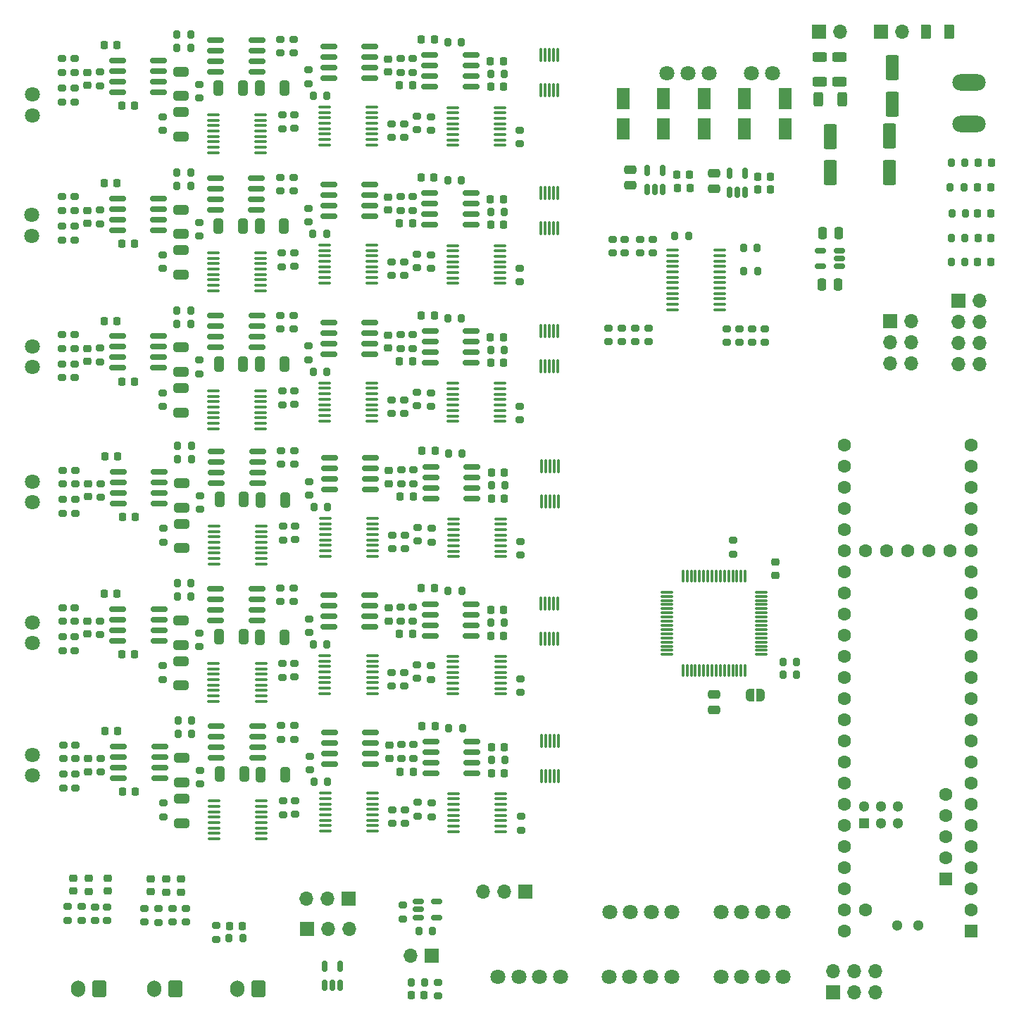
<source format=gts>
G04 #@! TF.GenerationSoftware,KiCad,Pcbnew,8.0.3-8.0.3-0~ubuntu20.04.1*
G04 #@! TF.CreationDate,2024-09-26T03:44:41-03:00*
G04 #@! TF.ProjectId,EEG_board,4545475f-626f-4617-9264-2e6b69636164,rev?*
G04 #@! TF.SameCoordinates,Original*
G04 #@! TF.FileFunction,Soldermask,Top*
G04 #@! TF.FilePolarity,Negative*
%FSLAX46Y46*%
G04 Gerber Fmt 4.6, Leading zero omitted, Abs format (unit mm)*
G04 Created by KiCad (PCBNEW 8.0.3-8.0.3-0~ubuntu20.04.1) date 2024-09-26 03:44:41*
%MOMM*%
%LPD*%
G01*
G04 APERTURE LIST*
G04 Aperture macros list*
%AMRoundRect*
0 Rectangle with rounded corners*
0 $1 Rounding radius*
0 $2 $3 $4 $5 $6 $7 $8 $9 X,Y pos of 4 corners*
0 Add a 4 corners polygon primitive as box body*
4,1,4,$2,$3,$4,$5,$6,$7,$8,$9,$2,$3,0*
0 Add four circle primitives for the rounded corners*
1,1,$1+$1,$2,$3*
1,1,$1+$1,$4,$5*
1,1,$1+$1,$6,$7*
1,1,$1+$1,$8,$9*
0 Add four rect primitives between the rounded corners*
20,1,$1+$1,$2,$3,$4,$5,0*
20,1,$1+$1,$4,$5,$6,$7,0*
20,1,$1+$1,$6,$7,$8,$9,0*
20,1,$1+$1,$8,$9,$2,$3,0*%
%AMFreePoly0*
4,1,19,0.500000,-0.750000,0.000000,-0.750000,0.000000,-0.744911,-0.071157,-0.744911,-0.207708,-0.704816,-0.327430,-0.627875,-0.420627,-0.520320,-0.479746,-0.390866,-0.500000,-0.250000,-0.500000,0.250000,-0.479746,0.390866,-0.420627,0.520320,-0.327430,0.627875,-0.207708,0.704816,-0.071157,0.744911,0.000000,0.744911,0.000000,0.750000,0.500000,0.750000,0.500000,-0.750000,0.500000,-0.750000,
$1*%
%AMFreePoly1*
4,1,19,0.000000,0.744911,0.071157,0.744911,0.207708,0.704816,0.327430,0.627875,0.420627,0.520320,0.479746,0.390866,0.500000,0.250000,0.500000,-0.250000,0.479746,-0.390866,0.420627,-0.520320,0.327430,-0.627875,0.207708,-0.704816,0.071157,-0.744911,0.000000,-0.744911,0.000000,-0.750000,-0.500000,-0.750000,-0.500000,0.750000,0.000000,0.750000,0.000000,0.744911,0.000000,0.744911,
$1*%
G04 Aperture macros list end*
%ADD10RoundRect,0.200000X-0.275000X0.200000X-0.275000X-0.200000X0.275000X-0.200000X0.275000X0.200000X0*%
%ADD11RoundRect,0.100000X-0.637500X-0.100000X0.637500X-0.100000X0.637500X0.100000X-0.637500X0.100000X0*%
%ADD12RoundRect,0.200000X0.275000X-0.200000X0.275000X0.200000X-0.275000X0.200000X-0.275000X-0.200000X0*%
%ADD13RoundRect,0.200000X-0.200000X-0.275000X0.200000X-0.275000X0.200000X0.275000X-0.200000X0.275000X0*%
%ADD14RoundRect,0.150000X-0.825000X-0.150000X0.825000X-0.150000X0.825000X0.150000X-0.825000X0.150000X0*%
%ADD15RoundRect,0.200000X0.200000X0.275000X-0.200000X0.275000X-0.200000X-0.275000X0.200000X-0.275000X0*%
%ADD16C,1.800000*%
%ADD17RoundRect,0.225000X0.250000X-0.225000X0.250000X0.225000X-0.250000X0.225000X-0.250000X-0.225000X0*%
%ADD18RoundRect,0.225000X-0.225000X-0.250000X0.225000X-0.250000X0.225000X0.250000X-0.225000X0.250000X0*%
%ADD19RoundRect,0.250000X0.600000X0.750000X-0.600000X0.750000X-0.600000X-0.750000X0.600000X-0.750000X0*%
%ADD20O,1.700000X2.000000*%
%ADD21R,1.700000X1.700000*%
%ADD22O,1.700000X1.700000*%
%ADD23RoundRect,0.218750X0.218750X0.256250X-0.218750X0.256250X-0.218750X-0.256250X0.218750X-0.256250X0*%
%ADD24RoundRect,0.250000X-0.650000X0.325000X-0.650000X-0.325000X0.650000X-0.325000X0.650000X0.325000X0*%
%ADD25RoundRect,0.250000X-0.312500X-0.625000X0.312500X-0.625000X0.312500X0.625000X-0.312500X0.625000X0*%
%ADD26RoundRect,0.225000X0.225000X0.250000X-0.225000X0.250000X-0.225000X-0.250000X0.225000X-0.250000X0*%
%ADD27RoundRect,0.250000X-0.550000X1.250000X-0.550000X-1.250000X0.550000X-1.250000X0.550000X1.250000X0*%
%ADD28RoundRect,0.250000X-0.325000X-0.650000X0.325000X-0.650000X0.325000X0.650000X-0.325000X0.650000X0*%
%ADD29FreePoly0,180.000000*%
%ADD30FreePoly1,180.000000*%
%ADD31RoundRect,0.150000X0.150000X-0.512500X0.150000X0.512500X-0.150000X0.512500X-0.150000X-0.512500X0*%
%ADD32RoundRect,0.250000X-0.475000X0.250000X-0.475000X-0.250000X0.475000X-0.250000X0.475000X0.250000X0*%
%ADD33RoundRect,0.250000X-0.550000X1.050000X-0.550000X-1.050000X0.550000X-1.050000X0.550000X1.050000X0*%
%ADD34RoundRect,0.087500X0.087500X-0.725000X0.087500X0.725000X-0.087500X0.725000X-0.087500X-0.725000X0*%
%ADD35R,1.600000X1.600000*%
%ADD36C,1.600000*%
%ADD37R,1.300000X1.300000*%
%ADD38C,1.300000*%
%ADD39RoundRect,0.250000X0.550000X-1.050000X0.550000X1.050000X-0.550000X1.050000X-0.550000X-1.050000X0*%
%ADD40RoundRect,0.150000X-0.512500X-0.150000X0.512500X-0.150000X0.512500X0.150000X-0.512500X0.150000X0*%
%ADD41O,4.000000X2.000000*%
%ADD42RoundRect,0.225000X-0.250000X0.225000X-0.250000X-0.225000X0.250000X-0.225000X0.250000X0.225000X0*%
%ADD43RoundRect,0.250000X-0.625000X0.312500X-0.625000X-0.312500X0.625000X-0.312500X0.625000X0.312500X0*%
%ADD44RoundRect,0.250000X0.250000X0.475000X-0.250000X0.475000X-0.250000X-0.475000X0.250000X-0.475000X0*%
%ADD45RoundRect,0.250000X0.625000X-0.312500X0.625000X0.312500X-0.625000X0.312500X-0.625000X-0.312500X0*%
%ADD46RoundRect,0.075000X-0.662500X-0.075000X0.662500X-0.075000X0.662500X0.075000X-0.662500X0.075000X0*%
%ADD47RoundRect,0.075000X-0.075000X-0.662500X0.075000X-0.662500X0.075000X0.662500X-0.075000X0.662500X0*%
%ADD48RoundRect,0.250000X0.375000X0.625000X-0.375000X0.625000X-0.375000X-0.625000X0.375000X-0.625000X0*%
%ADD49RoundRect,0.250000X-0.250000X-0.475000X0.250000X-0.475000X0.250000X0.475000X-0.250000X0.475000X0*%
%ADD50RoundRect,0.150000X0.512500X0.150000X-0.512500X0.150000X-0.512500X-0.150000X0.512500X-0.150000X0*%
G04 APERTURE END LIST*
D10*
X40670000Y-78920000D03*
X40670000Y-80570000D03*
D11*
X83187928Y-116030000D03*
X83187928Y-116680000D03*
X83187928Y-117330000D03*
X83187928Y-117980000D03*
X83187928Y-118630000D03*
X83187928Y-119280000D03*
X83187928Y-119930000D03*
X83187928Y-120580000D03*
X88912928Y-120580000D03*
X88912928Y-119930000D03*
X88912928Y-119280000D03*
X88912928Y-118630000D03*
X88912928Y-117980000D03*
X88912928Y-117330000D03*
X88912928Y-116680000D03*
X88912928Y-116030000D03*
D12*
X37676464Y-99078822D03*
X37676464Y-97428822D03*
D13*
X66345000Y-131115000D03*
X67995000Y-131115000D03*
D12*
X77142500Y-164135000D03*
X77142500Y-162485000D03*
D14*
X42845000Y-126865000D03*
X42845000Y-128135000D03*
X42845000Y-129405000D03*
X42845000Y-130675000D03*
X47795000Y-130675000D03*
X47795000Y-129405000D03*
X47795000Y-128135000D03*
X47795000Y-126865000D03*
D12*
X36195000Y-128340000D03*
X36195000Y-126690000D03*
X36170000Y-78970000D03*
X36170000Y-77320000D03*
X78791464Y-102438822D03*
X78791464Y-100788822D03*
D15*
X51725000Y-141890000D03*
X50075000Y-141890000D03*
D16*
X121540000Y-62465000D03*
X119000000Y-62465000D03*
X113920000Y-62465000D03*
X111380000Y-62465000D03*
X108840000Y-62465000D03*
D13*
X109835000Y-82010000D03*
X111485000Y-82010000D03*
D14*
X68201464Y-92423822D03*
X68201464Y-93693822D03*
X68201464Y-94963822D03*
X68201464Y-96233822D03*
X73151464Y-96233822D03*
X73151464Y-94963822D03*
X73151464Y-93693822D03*
X73151464Y-92423822D03*
D17*
X39370000Y-160805000D03*
X39370000Y-159255000D03*
D14*
X80375000Y-60290000D03*
X80375000Y-61560000D03*
X80375000Y-62830000D03*
X80375000Y-64100000D03*
X85325000Y-64100000D03*
X85325000Y-62830000D03*
X85325000Y-61560000D03*
X85325000Y-60290000D03*
D18*
X43320000Y-132315000D03*
X44870000Y-132315000D03*
D13*
X82625000Y-141220000D03*
X84275000Y-141220000D03*
D17*
X75462928Y-111780000D03*
X75462928Y-110230000D03*
D14*
X80462928Y-109750000D03*
X80462928Y-111020000D03*
X80462928Y-112290000D03*
X80462928Y-113560000D03*
X85412928Y-113560000D03*
X85412928Y-112290000D03*
X85412928Y-111020000D03*
X85412928Y-109750000D03*
D11*
X83120000Y-132540000D03*
X83120000Y-133190000D03*
X83120000Y-133840000D03*
X83120000Y-134490000D03*
X83120000Y-135140000D03*
X83120000Y-135790000D03*
X83120000Y-136440000D03*
X83120000Y-137090000D03*
X88845000Y-137090000D03*
X88845000Y-136440000D03*
X88845000Y-135790000D03*
X88845000Y-135140000D03*
X88845000Y-134490000D03*
X88845000Y-133840000D03*
X88845000Y-133190000D03*
X88845000Y-132540000D03*
D19*
X40610000Y-172500000D03*
D20*
X38110000Y-172500000D03*
D10*
X75850000Y-151015000D03*
X75850000Y-152665000D03*
X37762928Y-110180000D03*
X37762928Y-111830000D03*
D13*
X82520000Y-75330000D03*
X84170000Y-75330000D03*
D14*
X54601464Y-91623822D03*
X54601464Y-92893822D03*
X54601464Y-94163822D03*
X54601464Y-95433822D03*
X59551464Y-95433822D03*
X59551464Y-94163822D03*
X59551464Y-92893822D03*
X59551464Y-91623822D03*
D17*
X41600000Y-160775000D03*
X41600000Y-159225000D03*
D21*
X128830000Y-172980000D03*
D22*
X128830000Y-170440000D03*
X131370000Y-172980000D03*
X131370000Y-170440000D03*
X133910000Y-172980000D03*
X133910000Y-170440000D03*
D23*
X147837500Y-82240000D03*
X146262500Y-82240000D03*
D13*
X118115000Y-86220000D03*
X119765000Y-86220000D03*
D24*
X50450000Y-67150000D03*
X50450000Y-70100000D03*
D25*
X127057500Y-65570000D03*
X129982500Y-65570000D03*
D12*
X80577928Y-118815000D03*
X80577928Y-117165000D03*
D14*
X54687928Y-107900000D03*
X54687928Y-109170000D03*
X54687928Y-110440000D03*
X54687928Y-111710000D03*
X59637928Y-111710000D03*
X59637928Y-110440000D03*
X59637928Y-109170000D03*
X59637928Y-107900000D03*
D12*
X78410000Y-144835000D03*
X78410000Y-143185000D03*
D10*
X76870000Y-126665000D03*
X76870000Y-128315000D03*
D15*
X51712928Y-108860000D03*
X50062928Y-108860000D03*
D12*
X78790000Y-69255000D03*
X78790000Y-67605000D03*
D14*
X42925000Y-143385000D03*
X42925000Y-144655000D03*
X42925000Y-145925000D03*
X42925000Y-147195000D03*
X47875000Y-147195000D03*
X47875000Y-145925000D03*
X47875000Y-144655000D03*
X47875000Y-143385000D03*
D13*
X143135000Y-79290000D03*
X144785000Y-79290000D03*
D26*
X78265000Y-63920000D03*
X76715000Y-63920000D03*
X78365000Y-146410000D03*
X76815000Y-146410000D03*
D12*
X37775000Y-148385000D03*
X37775000Y-146735000D03*
D10*
X65820000Y-128045000D03*
X65820000Y-129695000D03*
D26*
X42751464Y-92228822D03*
X41201464Y-92228822D03*
D16*
X32550000Y-146880000D03*
X32550000Y-144380000D03*
D13*
X50062928Y-107260000D03*
X51712928Y-107260000D03*
D27*
X128510000Y-70040000D03*
X128510000Y-74440000D03*
D10*
X77250000Y-68525000D03*
X77250000Y-70175000D03*
D11*
X83095000Y-83170000D03*
X83095000Y-83820000D03*
X83095000Y-84470000D03*
X83095000Y-85120000D03*
X83095000Y-85770000D03*
X83095000Y-86420000D03*
X83095000Y-87070000D03*
X83095000Y-87720000D03*
X88820000Y-87720000D03*
X88820000Y-87070000D03*
X88820000Y-86420000D03*
X88820000Y-85770000D03*
X88820000Y-85120000D03*
X88820000Y-84470000D03*
X88820000Y-83820000D03*
X88820000Y-83170000D03*
D24*
X50451464Y-100333822D03*
X50451464Y-103283822D03*
D17*
X75376464Y-95503822D03*
X75376464Y-93953822D03*
D10*
X37670000Y-77320000D03*
X37670000Y-78970000D03*
D12*
X80485000Y-85955000D03*
X80485000Y-84305000D03*
X78311464Y-95528822D03*
X78311464Y-93878822D03*
D27*
X135990000Y-61810000D03*
X135990000Y-66210000D03*
D16*
X32540000Y-114030000D03*
X32540000Y-111530000D03*
D18*
X43400000Y-148835000D03*
X44950000Y-148835000D03*
D24*
X50426464Y-95433822D03*
X50426464Y-98383822D03*
X50512928Y-111710000D03*
X50512928Y-114660000D03*
D10*
X40675000Y-62320000D03*
X40675000Y-63970000D03*
D12*
X107190000Y-84065000D03*
X107190000Y-82415000D03*
D21*
X135745000Y-92295000D03*
D22*
X138285000Y-92295000D03*
X135745000Y-94835000D03*
X138285000Y-94835000D03*
X135745000Y-97375000D03*
X138285000Y-97375000D03*
D13*
X82612928Y-108190000D03*
X84262928Y-108190000D03*
D15*
X89412928Y-111985000D03*
X87762928Y-111985000D03*
D26*
X42745000Y-75645000D03*
X41195000Y-75645000D03*
D11*
X54400428Y-116910000D03*
X54400428Y-117560000D03*
X54400428Y-118210000D03*
X54400428Y-118860000D03*
X54400428Y-119510000D03*
X54400428Y-120160000D03*
X54400428Y-120810000D03*
X54400428Y-121460000D03*
X60125428Y-121460000D03*
X60125428Y-120810000D03*
X60125428Y-120160000D03*
X60125428Y-119510000D03*
X60125428Y-118860000D03*
X60125428Y-118210000D03*
X60125428Y-117560000D03*
X60125428Y-116910000D03*
D14*
X80376464Y-93473822D03*
X80376464Y-94743822D03*
X80376464Y-96013822D03*
X80376464Y-97283822D03*
X85326464Y-97283822D03*
X85326464Y-96013822D03*
X85326464Y-94743822D03*
X85326464Y-93473822D03*
D10*
X40695000Y-128290000D03*
X40695000Y-129940000D03*
D17*
X75375000Y-62320000D03*
X75375000Y-60770000D03*
D15*
X80685000Y-165560000D03*
X79035000Y-165560000D03*
D28*
X59900000Y-64275000D03*
X62850000Y-64275000D03*
D29*
X120160000Y-137260000D03*
D30*
X118860000Y-137260000D03*
D18*
X79422928Y-107880000D03*
X80972928Y-107880000D03*
D12*
X36195000Y-131865000D03*
X36195000Y-130215000D03*
D11*
X67685450Y-83115000D03*
X67685450Y-83765000D03*
X67685450Y-84415000D03*
X67685450Y-85065000D03*
X67685450Y-85715000D03*
X67685450Y-86365000D03*
X67685450Y-87015000D03*
X67685450Y-87665000D03*
X73410450Y-87665000D03*
X73410450Y-87015000D03*
X73410450Y-86365000D03*
X73410450Y-85715000D03*
X73410450Y-85065000D03*
X73410450Y-84415000D03*
X73410450Y-83765000D03*
X73410450Y-83115000D03*
D26*
X42770000Y-125015000D03*
X41220000Y-125015000D03*
D31*
X67687500Y-172117500D03*
X68637500Y-172117500D03*
X69587500Y-172117500D03*
X69587500Y-169842500D03*
X67687500Y-169842500D03*
D21*
X70610000Y-161690000D03*
D22*
X68070000Y-161690000D03*
X65530000Y-161690000D03*
D24*
X50445000Y-83750000D03*
X50445000Y-86700000D03*
D12*
X37695000Y-131865000D03*
X37695000Y-130215000D03*
X41595000Y-164335000D03*
X41595000Y-162685000D03*
D13*
X82525000Y-58730000D03*
X84175000Y-58730000D03*
D28*
X59987928Y-113735000D03*
X62937928Y-113735000D03*
D14*
X68300000Y-141730000D03*
X68300000Y-143000000D03*
X68300000Y-144270000D03*
X68300000Y-145540000D03*
X73250000Y-145540000D03*
X73250000Y-144270000D03*
X73250000Y-143000000D03*
X73250000Y-141730000D03*
D18*
X79336464Y-91603822D03*
X80886464Y-91603822D03*
D13*
X66425000Y-147635000D03*
X68075000Y-147635000D03*
D16*
X101920000Y-171055000D03*
X104420000Y-171055000D03*
X106920000Y-171055000D03*
X109420000Y-171055000D03*
D10*
X36845000Y-162645000D03*
X36845000Y-164295000D03*
X65900000Y-144565000D03*
X65900000Y-146215000D03*
X46030000Y-162845000D03*
X46030000Y-164495000D03*
X64100000Y-140865000D03*
X64100000Y-142515000D03*
D28*
X60000000Y-146765000D03*
X62950000Y-146765000D03*
D10*
X91300000Y-151790000D03*
X91300000Y-153440000D03*
D32*
X114540000Y-74450000D03*
X114540000Y-76350000D03*
D18*
X87762928Y-113560000D03*
X89312928Y-113560000D03*
D33*
X103580000Y-65540000D03*
X103580000Y-69140000D03*
D34*
X93725000Y-64492500D03*
X94225000Y-64492500D03*
X94725000Y-64492500D03*
X95225000Y-64492500D03*
X95725000Y-64492500D03*
X95725000Y-60267500D03*
X95225000Y-60267500D03*
X94725000Y-60267500D03*
X94225000Y-60267500D03*
X93725000Y-60267500D03*
D24*
X50525000Y-144740000D03*
X50525000Y-147690000D03*
D32*
X104470000Y-74020000D03*
X104470000Y-75920000D03*
D10*
X65887928Y-111535000D03*
X65887928Y-113185000D03*
D35*
X145410800Y-165599200D03*
D36*
X145410800Y-163059200D03*
X145410800Y-160519200D03*
X145410800Y-157979200D03*
X145410800Y-155439200D03*
X145410800Y-152899200D03*
X145410800Y-150359200D03*
X145410800Y-147819200D03*
X145410800Y-145279200D03*
X145410800Y-142739200D03*
X145410800Y-140199200D03*
X145410800Y-137659200D03*
X145410800Y-135119200D03*
X145410800Y-132579200D03*
X145410800Y-130039200D03*
X145410800Y-127499200D03*
X145410800Y-124959200D03*
X145410800Y-122419200D03*
X145410800Y-119879200D03*
X145410800Y-117339200D03*
X145410800Y-114799200D03*
X145410800Y-112259200D03*
X145410800Y-109719200D03*
X145410800Y-107179200D03*
X130170800Y-107179200D03*
X130170800Y-109719200D03*
X130170800Y-112259200D03*
X130170800Y-114799200D03*
X130170800Y-117339200D03*
X130170800Y-119879200D03*
X130170800Y-122419200D03*
X130170800Y-124959200D03*
X130170800Y-127499200D03*
X130170800Y-130039200D03*
X130170800Y-132579200D03*
X130170800Y-135119200D03*
X130170800Y-137659200D03*
X130170800Y-140199200D03*
X130170800Y-142739200D03*
X130170800Y-145279200D03*
X130170800Y-147819200D03*
X130170800Y-150359200D03*
X130170800Y-152899200D03*
X130170800Y-155439200D03*
X130170800Y-157979200D03*
X130170800Y-160519200D03*
X130170800Y-163059200D03*
X130170800Y-165599200D03*
X132710800Y-163059200D03*
X142870800Y-119879200D03*
X140330800Y-119879200D03*
X137790800Y-119879200D03*
X135250800Y-119879200D03*
X132710800Y-119879200D03*
D35*
X142360000Y-159300000D03*
D36*
X142360000Y-156760000D03*
X142360000Y-154220000D03*
X142360000Y-151680000D03*
X142360000Y-149140000D03*
D37*
X132609200Y-152629200D03*
D38*
X134609200Y-152629200D03*
X136609200Y-152629200D03*
X136609200Y-150629200D03*
X134609200Y-150629200D03*
X132609200Y-150629200D03*
X136520800Y-164869200D03*
X139060800Y-164869200D03*
D10*
X91195000Y-85900000D03*
X91195000Y-87550000D03*
D28*
X54975000Y-64225000D03*
X57925000Y-64225000D03*
D10*
X91287928Y-118760000D03*
X91287928Y-120410000D03*
X64110000Y-133395000D03*
X64110000Y-135045000D03*
X40676464Y-95503822D03*
X40676464Y-97153822D03*
D26*
X89206464Y-94203822D03*
X87656464Y-94203822D03*
D15*
X89326464Y-95708822D03*
X87676464Y-95708822D03*
D11*
X83100000Y-66570000D03*
X83100000Y-67220000D03*
X83100000Y-67870000D03*
X83100000Y-68520000D03*
X83100000Y-69170000D03*
X83100000Y-69820000D03*
X83100000Y-70470000D03*
X83100000Y-71120000D03*
X88825000Y-71120000D03*
X88825000Y-70470000D03*
X88825000Y-69820000D03*
X88825000Y-69170000D03*
X88825000Y-68520000D03*
X88825000Y-67870000D03*
X88825000Y-67220000D03*
X88825000Y-66570000D03*
D24*
X50470000Y-133120000D03*
X50470000Y-136070000D03*
D12*
X36262928Y-111830000D03*
X36262928Y-110180000D03*
X48312928Y-118810000D03*
X48312928Y-117160000D03*
D39*
X118190000Y-69140000D03*
X118190000Y-65540000D03*
D10*
X37775000Y-143210000D03*
X37775000Y-144860000D03*
D40*
X78947500Y-162050000D03*
X78947500Y-163000000D03*
X78947500Y-163950000D03*
X81222500Y-163950000D03*
X81222500Y-162050000D03*
D12*
X36176464Y-95553822D03*
X36176464Y-93903822D03*
D17*
X50460000Y-160895000D03*
X50460000Y-159345000D03*
D28*
X55062928Y-113685000D03*
X58012928Y-113685000D03*
D21*
X127165000Y-57500000D03*
D22*
X129705000Y-57500000D03*
D10*
X64190000Y-149915000D03*
X64190000Y-151565000D03*
X40762928Y-111780000D03*
X40762928Y-113430000D03*
D13*
X118085000Y-83430000D03*
X119735000Y-83430000D03*
D19*
X49740000Y-172500000D03*
D20*
X47240000Y-172500000D03*
D14*
X54620000Y-124410000D03*
X54620000Y-125680000D03*
X54620000Y-126950000D03*
X54620000Y-128220000D03*
X59570000Y-128220000D03*
X59570000Y-126950000D03*
X59570000Y-125680000D03*
X59570000Y-124410000D03*
D10*
X91200000Y-69300000D03*
X91200000Y-70950000D03*
D13*
X143042500Y-85120000D03*
X144692500Y-85120000D03*
D10*
X64090000Y-67425000D03*
X64090000Y-69075000D03*
X105060000Y-93075000D03*
X105060000Y-94725000D03*
X77270000Y-134495000D03*
X77270000Y-136145000D03*
D12*
X48325000Y-151840000D03*
X48325000Y-150190000D03*
D28*
X59901464Y-97458822D03*
X62851464Y-97458822D03*
D10*
X40775000Y-144810000D03*
X40775000Y-146460000D03*
D15*
X89320000Y-79125000D03*
X87670000Y-79125000D03*
D33*
X123060000Y-65540000D03*
X123060000Y-69140000D03*
D10*
X75837928Y-117985000D03*
X75837928Y-119635000D03*
D18*
X87670000Y-80700000D03*
X89220000Y-80700000D03*
D11*
X83101464Y-99753822D03*
X83101464Y-100403822D03*
X83101464Y-101053822D03*
X83101464Y-101703822D03*
X83101464Y-102353822D03*
X83101464Y-103003822D03*
X83101464Y-103653822D03*
X83101464Y-104303822D03*
X88826464Y-104303822D03*
X88826464Y-103653822D03*
X88826464Y-103003822D03*
X88826464Y-102353822D03*
X88826464Y-101703822D03*
X88826464Y-101053822D03*
X88826464Y-100403822D03*
X88826464Y-99753822D03*
D12*
X78785000Y-85855000D03*
X78785000Y-84205000D03*
X36275000Y-148385000D03*
X36275000Y-146735000D03*
D16*
X115350000Y-171055000D03*
X117850000Y-171055000D03*
X120350000Y-171055000D03*
X122850000Y-171055000D03*
D12*
X52712928Y-114885000D03*
X52712928Y-113235000D03*
D41*
X145200000Y-63580000D03*
X145200000Y-68580000D03*
D12*
X37762928Y-115355000D03*
X37762928Y-113705000D03*
D42*
X39195000Y-128340000D03*
X39195000Y-129890000D03*
D10*
X75751464Y-101708822D03*
X75751464Y-103358822D03*
D21*
X143950000Y-89840000D03*
D22*
X146490000Y-89840000D03*
X143950000Y-92380000D03*
X146490000Y-92380000D03*
X143950000Y-94920000D03*
X146490000Y-94920000D03*
X143950000Y-97460000D03*
X146490000Y-97460000D03*
D43*
X129620000Y-60537500D03*
X129620000Y-63462500D03*
D10*
X106650000Y-93075000D03*
X106650000Y-94725000D03*
D18*
X110065000Y-74670000D03*
X111615000Y-74670000D03*
D13*
X66325000Y-65145000D03*
X67975000Y-65145000D03*
D17*
X75395000Y-128290000D03*
X75395000Y-126740000D03*
D11*
X67690450Y-66515000D03*
X67690450Y-67165000D03*
X67690450Y-67815000D03*
X67690450Y-68465000D03*
X67690450Y-69115000D03*
X67690450Y-69765000D03*
X67690450Y-70415000D03*
X67690450Y-71065000D03*
X73415450Y-71065000D03*
X73415450Y-70415000D03*
X73415450Y-69765000D03*
X73415450Y-69115000D03*
X73415450Y-68465000D03*
X73415450Y-67815000D03*
X73415450Y-67165000D03*
X73415450Y-66515000D03*
D14*
X54700000Y-140930000D03*
X54700000Y-142200000D03*
X54700000Y-143470000D03*
X54700000Y-144740000D03*
X59650000Y-144740000D03*
X59650000Y-143470000D03*
X59650000Y-142200000D03*
X59650000Y-140930000D03*
D11*
X54307500Y-84050000D03*
X54307500Y-84700000D03*
X54307500Y-85350000D03*
X54307500Y-86000000D03*
X54307500Y-86650000D03*
X54307500Y-87300000D03*
X54307500Y-87950000D03*
X54307500Y-88600000D03*
X60032500Y-88600000D03*
X60032500Y-87950000D03*
X60032500Y-87300000D03*
X60032500Y-86650000D03*
X60032500Y-86000000D03*
X60032500Y-85350000D03*
X60032500Y-84700000D03*
X60032500Y-84050000D03*
D28*
X59895000Y-80875000D03*
X62845000Y-80875000D03*
D10*
X40135000Y-162700000D03*
X40135000Y-164350000D03*
D16*
X88580000Y-171055000D03*
X91080000Y-171055000D03*
X93580000Y-171055000D03*
X96080000Y-171055000D03*
D24*
X50445000Y-128220000D03*
X50445000Y-131170000D03*
D26*
X89305000Y-143510000D03*
X87755000Y-143510000D03*
D10*
X64020000Y-124345000D03*
X64020000Y-125995000D03*
D18*
X79355000Y-124390000D03*
X80905000Y-124390000D03*
D12*
X52620000Y-82025000D03*
X52620000Y-80375000D03*
D18*
X119780000Y-74870000D03*
X121330000Y-74870000D03*
D10*
X81350000Y-171725000D03*
X81350000Y-173375000D03*
D11*
X83200000Y-149060000D03*
X83200000Y-149710000D03*
X83200000Y-150360000D03*
X83200000Y-151010000D03*
X83200000Y-151660000D03*
X83200000Y-152310000D03*
X83200000Y-152960000D03*
X83200000Y-153610000D03*
X88925000Y-153610000D03*
X88925000Y-152960000D03*
X88925000Y-152310000D03*
X88925000Y-151660000D03*
X88925000Y-151010000D03*
X88925000Y-150360000D03*
X88925000Y-149710000D03*
X88925000Y-149060000D03*
D18*
X87775000Y-146590000D03*
X89325000Y-146590000D03*
D13*
X49975000Y-57800000D03*
X51625000Y-57800000D03*
D10*
X76851464Y-93878822D03*
X76851464Y-95528822D03*
D12*
X48225000Y-69350000D03*
X48225000Y-67700000D03*
D26*
X78260000Y-80520000D03*
X76710000Y-80520000D03*
X89200000Y-77620000D03*
X87650000Y-77620000D03*
D18*
X87676464Y-97283822D03*
X89226464Y-97283822D03*
D12*
X54640000Y-166585000D03*
X54640000Y-164935000D03*
D10*
X91220000Y-135270000D03*
X91220000Y-136920000D03*
D18*
X78140000Y-173280000D03*
X79690000Y-173280000D03*
D13*
X56205000Y-166470000D03*
X57855000Y-166470000D03*
D21*
X134575000Y-57500000D03*
D22*
X137115000Y-57500000D03*
D14*
X80395000Y-126260000D03*
X80395000Y-127530000D03*
X80395000Y-128800000D03*
X80395000Y-130070000D03*
X85345000Y-130070000D03*
X85345000Y-128800000D03*
X85345000Y-127530000D03*
X85345000Y-126260000D03*
D12*
X80590000Y-151845000D03*
X80590000Y-150195000D03*
D19*
X59730000Y-172500000D03*
D20*
X57230000Y-172500000D03*
D18*
X56255000Y-164960000D03*
X57805000Y-164960000D03*
D44*
X129512500Y-81687500D03*
X127612500Y-81687500D03*
D12*
X62420000Y-125995000D03*
X62420000Y-124345000D03*
D10*
X103470000Y-93075000D03*
X103470000Y-94725000D03*
X76850000Y-60695000D03*
X76850000Y-62345000D03*
X119120000Y-93195000D03*
X119120000Y-94845000D03*
D34*
X93726464Y-97676322D03*
X94226464Y-97676322D03*
X94726464Y-97676322D03*
X95226464Y-97676322D03*
X95726464Y-97676322D03*
X95726464Y-93451322D03*
X95226464Y-93451322D03*
X94726464Y-93451322D03*
X94226464Y-93451322D03*
X93726464Y-93451322D03*
X93825000Y-146982500D03*
X94325000Y-146982500D03*
X94825000Y-146982500D03*
X95325000Y-146982500D03*
X95825000Y-146982500D03*
X95825000Y-142757500D03*
X95325000Y-142757500D03*
X94825000Y-142757500D03*
X94325000Y-142757500D03*
X93825000Y-142757500D03*
D12*
X78305000Y-78945000D03*
X78305000Y-77295000D03*
D13*
X66320000Y-81745000D03*
X67970000Y-81745000D03*
D12*
X36175000Y-65895000D03*
X36175000Y-64245000D03*
D16*
X115350000Y-163295000D03*
X117850000Y-163295000D03*
X120350000Y-163295000D03*
X122850000Y-163295000D03*
D12*
X36262928Y-115355000D03*
X36262928Y-113705000D03*
D45*
X127260000Y-63442500D03*
X127260000Y-60517500D03*
D34*
X93720000Y-81092500D03*
X94220000Y-81092500D03*
X94720000Y-81092500D03*
X95220000Y-81092500D03*
X95720000Y-81092500D03*
X95720000Y-76867500D03*
X95220000Y-76867500D03*
X94720000Y-76867500D03*
X94220000Y-76867500D03*
X93720000Y-76867500D03*
D27*
X135630000Y-69970000D03*
X135630000Y-74370000D03*
D15*
X79765000Y-171760000D03*
X78115000Y-171760000D03*
D23*
X147807500Y-85120000D03*
X146232500Y-85120000D03*
D14*
X42825000Y-60895000D03*
X42825000Y-62165000D03*
X42825000Y-63435000D03*
X42825000Y-64705000D03*
X47775000Y-64705000D03*
X47775000Y-63435000D03*
X47775000Y-62165000D03*
X47775000Y-60895000D03*
X54595000Y-75040000D03*
X54595000Y-76310000D03*
X54595000Y-77580000D03*
X54595000Y-78850000D03*
X59545000Y-78850000D03*
X59545000Y-77580000D03*
X59545000Y-76310000D03*
X59545000Y-75040000D03*
D13*
X66412928Y-114605000D03*
X68062928Y-114605000D03*
D10*
X120640000Y-93195000D03*
X120640000Y-94845000D03*
D28*
X59920000Y-130245000D03*
X62870000Y-130245000D03*
D10*
X62600000Y-67465000D03*
X62600000Y-69115000D03*
D39*
X113320000Y-69140000D03*
X113320000Y-65540000D03*
D15*
X89345000Y-128495000D03*
X87695000Y-128495000D03*
D17*
X46810000Y-160855000D03*
X46810000Y-159305000D03*
D12*
X78310000Y-62345000D03*
X78310000Y-60695000D03*
D15*
X89425000Y-145015000D03*
X87775000Y-145015000D03*
D21*
X91872500Y-160809999D03*
D22*
X89332500Y-160809999D03*
X86792500Y-160809999D03*
D11*
X54332500Y-133420000D03*
X54332500Y-134070000D03*
X54332500Y-134720000D03*
X54332500Y-135370000D03*
X54332500Y-136020000D03*
X54332500Y-136670000D03*
X54332500Y-137320000D03*
X54332500Y-137970000D03*
X60057500Y-137970000D03*
X60057500Y-137320000D03*
X60057500Y-136670000D03*
X60057500Y-136020000D03*
X60057500Y-135370000D03*
X60057500Y-134720000D03*
X60057500Y-134070000D03*
X60057500Y-133420000D03*
D17*
X37470000Y-160785000D03*
X37470000Y-159235000D03*
X121880000Y-122790000D03*
X121880000Y-121240000D03*
D10*
X77251464Y-101708822D03*
X77251464Y-103358822D03*
D23*
X147797500Y-79320000D03*
X146222500Y-79320000D03*
D10*
X76937928Y-110155000D03*
X76937928Y-111805000D03*
D31*
X116380000Y-76745000D03*
X117330000Y-76745000D03*
X118280000Y-76745000D03*
X118280000Y-74470000D03*
X116380000Y-74470000D03*
D13*
X82526464Y-91913822D03*
X84176464Y-91913822D03*
D10*
X75770000Y-134495000D03*
X75770000Y-136145000D03*
D12*
X78890000Y-151745000D03*
X78890000Y-150095000D03*
D13*
X66326464Y-98328822D03*
X67976464Y-98328822D03*
D10*
X117600000Y-93195000D03*
X117600000Y-94845000D03*
D28*
X54970000Y-80825000D03*
X57920000Y-80825000D03*
D46*
X108877500Y-124840000D03*
X108877500Y-125340000D03*
X108877500Y-125840000D03*
X108877500Y-126340000D03*
X108877500Y-126840000D03*
X108877500Y-127340000D03*
X108877500Y-127840000D03*
X108877500Y-128340000D03*
X108877500Y-128840000D03*
X108877500Y-129340000D03*
X108877500Y-129840000D03*
X108877500Y-130340000D03*
X108877500Y-130840000D03*
X108877500Y-131340000D03*
X108877500Y-131840000D03*
X108877500Y-132340000D03*
D47*
X110790000Y-134252500D03*
X111290000Y-134252500D03*
X111790000Y-134252500D03*
X112290000Y-134252500D03*
X112790000Y-134252500D03*
X113290000Y-134252500D03*
X113790000Y-134252500D03*
X114290000Y-134252500D03*
X114790000Y-134252500D03*
X115290000Y-134252500D03*
X115790000Y-134252500D03*
X116290000Y-134252500D03*
X116790000Y-134252500D03*
X117290000Y-134252500D03*
X117790000Y-134252500D03*
X118290000Y-134252500D03*
D46*
X120202500Y-132340000D03*
X120202500Y-131840000D03*
X120202500Y-131340000D03*
X120202500Y-130840000D03*
X120202500Y-130340000D03*
X120202500Y-129840000D03*
X120202500Y-129340000D03*
X120202500Y-128840000D03*
X120202500Y-128340000D03*
X120202500Y-127840000D03*
X120202500Y-127340000D03*
X120202500Y-126840000D03*
X120202500Y-126340000D03*
X120202500Y-125840000D03*
X120202500Y-125340000D03*
X120202500Y-124840000D03*
D47*
X118290000Y-122927500D03*
X117790000Y-122927500D03*
X117290000Y-122927500D03*
X116790000Y-122927500D03*
X116290000Y-122927500D03*
X115790000Y-122927500D03*
X115290000Y-122927500D03*
X114790000Y-122927500D03*
X114290000Y-122927500D03*
X113790000Y-122927500D03*
X113290000Y-122927500D03*
X112790000Y-122927500D03*
X112290000Y-122927500D03*
X111790000Y-122927500D03*
X111290000Y-122927500D03*
X110790000Y-122927500D03*
D10*
X75750000Y-68525000D03*
X75750000Y-70175000D03*
X62595000Y-84065000D03*
X62595000Y-85715000D03*
D16*
X32550000Y-130980000D03*
X32550000Y-128480000D03*
D12*
X78810000Y-135225000D03*
X78810000Y-133575000D03*
D23*
X147797500Y-76210000D03*
X146222500Y-76210000D03*
D14*
X80370000Y-76890000D03*
X80370000Y-78160000D03*
X80370000Y-79430000D03*
X80370000Y-80700000D03*
X85320000Y-80700000D03*
X85320000Y-79430000D03*
X85320000Y-78160000D03*
X85320000Y-76890000D03*
D26*
X89225000Y-126990000D03*
X87675000Y-126990000D03*
D18*
X110120000Y-76220000D03*
X111670000Y-76220000D03*
D11*
X54312500Y-67450000D03*
X54312500Y-68100000D03*
X54312500Y-68750000D03*
X54312500Y-69400000D03*
X54312500Y-70050000D03*
X54312500Y-70700000D03*
X54312500Y-71350000D03*
X54312500Y-72000000D03*
X60037500Y-72000000D03*
X60037500Y-71350000D03*
X60037500Y-70700000D03*
X60037500Y-70050000D03*
X60037500Y-69400000D03*
X60037500Y-68750000D03*
X60037500Y-68100000D03*
X60037500Y-67450000D03*
D16*
X32550000Y-97770000D03*
X32550000Y-95270000D03*
D26*
X78266464Y-97103822D03*
X76716464Y-97103822D03*
D10*
X77350000Y-151015000D03*
X77350000Y-152665000D03*
D24*
X50425000Y-62250000D03*
X50425000Y-65200000D03*
D31*
X106470000Y-76425000D03*
X107420000Y-76425000D03*
X108370000Y-76425000D03*
X108370000Y-74150000D03*
X106470000Y-74150000D03*
D18*
X87695000Y-130070000D03*
X89245000Y-130070000D03*
X79435000Y-140910000D03*
X80985000Y-140910000D03*
D12*
X52626464Y-98608822D03*
X52626464Y-96958822D03*
D13*
X143065000Y-73210000D03*
X144715000Y-73210000D03*
X143040000Y-82270000D03*
X144690000Y-82270000D03*
D12*
X62401464Y-93208822D03*
X62401464Y-91558822D03*
D18*
X43301464Y-99528822D03*
X44851464Y-99528822D03*
D10*
X65800000Y-62075000D03*
X65800000Y-63725000D03*
D13*
X122805000Y-133260000D03*
X124455000Y-133260000D03*
D26*
X42850000Y-141535000D03*
X41300000Y-141535000D03*
D14*
X54600000Y-58440000D03*
X54600000Y-59710000D03*
X54600000Y-60980000D03*
X54600000Y-62250000D03*
X59550000Y-62250000D03*
X59550000Y-60980000D03*
X59550000Y-59710000D03*
X59550000Y-58440000D03*
D10*
X76845000Y-77295000D03*
X76845000Y-78945000D03*
D15*
X51620000Y-76000000D03*
X49970000Y-76000000D03*
D10*
X116080000Y-93195000D03*
X116080000Y-94845000D03*
X64087928Y-107835000D03*
X64087928Y-109485000D03*
D14*
X42826464Y-94078822D03*
X42826464Y-95348822D03*
X42826464Y-96618822D03*
X42826464Y-97888822D03*
X47776464Y-97888822D03*
X47776464Y-96618822D03*
X47776464Y-95348822D03*
X47776464Y-94078822D03*
D21*
X65590000Y-165320000D03*
D22*
X68130000Y-165320000D03*
X70670000Y-165320000D03*
D10*
X77337928Y-117985000D03*
X77337928Y-119635000D03*
D16*
X101980000Y-163330000D03*
X104480000Y-163330000D03*
X106980000Y-163330000D03*
X109480000Y-163330000D03*
D14*
X42820000Y-77495000D03*
X42820000Y-78765000D03*
X42820000Y-80035000D03*
X42820000Y-81305000D03*
X47770000Y-81305000D03*
X47770000Y-80035000D03*
X47770000Y-78765000D03*
X47770000Y-77495000D03*
D13*
X49970000Y-74400000D03*
X51620000Y-74400000D03*
D14*
X68195000Y-75840000D03*
X68195000Y-77110000D03*
X68195000Y-78380000D03*
X68195000Y-79650000D03*
X73145000Y-79650000D03*
X73145000Y-78380000D03*
X73145000Y-77110000D03*
X73145000Y-75840000D03*
D10*
X64000000Y-58375000D03*
X64000000Y-60025000D03*
D15*
X89325000Y-62525000D03*
X87675000Y-62525000D03*
D17*
X75475000Y-144810000D03*
X75475000Y-143260000D03*
D12*
X116810000Y-120285000D03*
X116810000Y-118635000D03*
X62395000Y-76625000D03*
X62395000Y-74975000D03*
D14*
X68220000Y-125210000D03*
X68220000Y-126480000D03*
X68220000Y-127750000D03*
X68220000Y-129020000D03*
X73170000Y-129020000D03*
X73170000Y-127750000D03*
X73170000Y-126480000D03*
X73170000Y-125210000D03*
D33*
X108450000Y-65540000D03*
X108450000Y-69140000D03*
D17*
X48630000Y-160905000D03*
X48630000Y-159355000D03*
D12*
X37670000Y-82495000D03*
X37670000Y-80845000D03*
X78397928Y-111805000D03*
X78397928Y-110155000D03*
X78330000Y-128315000D03*
X78330000Y-126665000D03*
X80510000Y-135325000D03*
X80510000Y-133675000D03*
D13*
X49976464Y-90983822D03*
X51626464Y-90983822D03*
D12*
X62487928Y-109485000D03*
X62487928Y-107835000D03*
X62400000Y-60025000D03*
X62400000Y-58375000D03*
D11*
X67790450Y-149005000D03*
X67790450Y-149655000D03*
X67790450Y-150305000D03*
X67790450Y-150955000D03*
X67790450Y-151605000D03*
X67790450Y-152255000D03*
X67790450Y-152905000D03*
X67790450Y-153555000D03*
X73515450Y-153555000D03*
X73515450Y-152905000D03*
X73515450Y-152255000D03*
X73515450Y-151605000D03*
X73515450Y-150955000D03*
X73515450Y-150305000D03*
X73515450Y-149655000D03*
X73515450Y-149005000D03*
D16*
X32550000Y-67510000D03*
X32550000Y-65010000D03*
D28*
X54976464Y-97408822D03*
X57926464Y-97408822D03*
D15*
X51645000Y-125370000D03*
X49995000Y-125370000D03*
D10*
X62700000Y-149955000D03*
X62700000Y-151605000D03*
D28*
X55075000Y-146715000D03*
X58025000Y-146715000D03*
D18*
X79330000Y-75020000D03*
X80880000Y-75020000D03*
D26*
X89292928Y-110480000D03*
X87742928Y-110480000D03*
D18*
X119780000Y-76470000D03*
X121330000Y-76470000D03*
D26*
X89205000Y-61020000D03*
X87655000Y-61020000D03*
D16*
X32505000Y-81990000D03*
X32505000Y-79490000D03*
D26*
X42750000Y-59045000D03*
X41200000Y-59045000D03*
D12*
X52645000Y-131395000D03*
X52645000Y-129745000D03*
D15*
X51625000Y-59400000D03*
X49975000Y-59400000D03*
D12*
X36275000Y-144860000D03*
X36275000Y-143210000D03*
D13*
X142905000Y-76210000D03*
X144555000Y-76210000D03*
D42*
X39275000Y-144860000D03*
X39275000Y-146410000D03*
D21*
X80620000Y-168530000D03*
D22*
X78080000Y-168530000D03*
D12*
X51040000Y-164515000D03*
X51040000Y-162865000D03*
D10*
X64177928Y-116885000D03*
X64177928Y-118535000D03*
X37695000Y-126690000D03*
X37695000Y-128340000D03*
D13*
X122810000Y-134740000D03*
X124460000Y-134740000D03*
D10*
X76950000Y-143185000D03*
X76950000Y-144835000D03*
X75745000Y-85125000D03*
X75745000Y-86775000D03*
D12*
X36170000Y-82495000D03*
X36170000Y-80845000D03*
D10*
X47730000Y-162895000D03*
X47730000Y-164545000D03*
X37676464Y-93903822D03*
X37676464Y-95553822D03*
D11*
X67691914Y-99698822D03*
X67691914Y-100348822D03*
X67691914Y-100998822D03*
X67691914Y-101648822D03*
X67691914Y-102298822D03*
X67691914Y-102948822D03*
X67691914Y-103598822D03*
X67691914Y-104248822D03*
X73416914Y-104248822D03*
X73416914Y-103598822D03*
X73416914Y-102948822D03*
X73416914Y-102298822D03*
X73416914Y-101648822D03*
X73416914Y-100998822D03*
X73416914Y-100348822D03*
X73416914Y-99698822D03*
D34*
X93745000Y-130462500D03*
X94245000Y-130462500D03*
X94745000Y-130462500D03*
X95245000Y-130462500D03*
X95745000Y-130462500D03*
X95745000Y-126237500D03*
X95245000Y-126237500D03*
X94745000Y-126237500D03*
X94245000Y-126237500D03*
X93745000Y-126237500D03*
D48*
X142800000Y-57480000D03*
X140000000Y-57480000D03*
D10*
X38485000Y-162645000D03*
X38485000Y-164295000D03*
X62620000Y-133435000D03*
X62620000Y-135085000D03*
D13*
X82545000Y-124700000D03*
X84195000Y-124700000D03*
D11*
X67710450Y-132485000D03*
X67710450Y-133135000D03*
X67710450Y-133785000D03*
X67710450Y-134435000D03*
X67710450Y-135085000D03*
X67710450Y-135735000D03*
X67710450Y-136385000D03*
X67710450Y-137035000D03*
X73435450Y-137035000D03*
X73435450Y-136385000D03*
X73435450Y-135735000D03*
X73435450Y-135085000D03*
X73435450Y-134435000D03*
X73435450Y-133785000D03*
X73435450Y-133135000D03*
X73435450Y-132485000D03*
D12*
X52625000Y-65425000D03*
X52625000Y-63775000D03*
D34*
X93812928Y-113952500D03*
X94312928Y-113952500D03*
X94812928Y-113952500D03*
X95312928Y-113952500D03*
X95812928Y-113952500D03*
X95812928Y-109727500D03*
X95312928Y-109727500D03*
X94812928Y-109727500D03*
X94312928Y-109727500D03*
X93812928Y-109727500D03*
D10*
X64001464Y-91558822D03*
X64001464Y-93208822D03*
D23*
X147865000Y-73210000D03*
X146290000Y-73210000D03*
D14*
X42912928Y-110355000D03*
X42912928Y-111625000D03*
X42912928Y-112895000D03*
X42912928Y-114165000D03*
X47862928Y-114165000D03*
X47862928Y-112895000D03*
X47862928Y-111625000D03*
X47862928Y-110355000D03*
D24*
X50550000Y-149640000D03*
X50550000Y-152590000D03*
D12*
X48220000Y-85950000D03*
X48220000Y-84300000D03*
D10*
X101880000Y-93075000D03*
X101880000Y-94725000D03*
D26*
X78352928Y-113380000D03*
X76802928Y-113380000D03*
D12*
X105680000Y-84065000D03*
X105680000Y-82415000D03*
D18*
X43300000Y-66345000D03*
X44850000Y-66345000D03*
D10*
X63995000Y-74975000D03*
X63995000Y-76625000D03*
X91201464Y-102483822D03*
X91201464Y-104133822D03*
D11*
X109510000Y-83740000D03*
X109510000Y-84390000D03*
X109510000Y-85040000D03*
X109510000Y-85690000D03*
X109510000Y-86340000D03*
X109510000Y-86990000D03*
X109510000Y-87640000D03*
X109510000Y-88290000D03*
X109510000Y-88940000D03*
X109510000Y-89590000D03*
X109510000Y-90240000D03*
X109510000Y-90890000D03*
X115235000Y-90890000D03*
X115235000Y-90240000D03*
X115235000Y-89590000D03*
X115235000Y-88940000D03*
X115235000Y-88290000D03*
X115235000Y-87640000D03*
X115235000Y-86990000D03*
X115235000Y-86340000D03*
X115235000Y-85690000D03*
X115235000Y-85040000D03*
X115235000Y-84390000D03*
X115235000Y-83740000D03*
D12*
X80491464Y-102538822D03*
X80491464Y-100888822D03*
D14*
X68200000Y-59240000D03*
X68200000Y-60510000D03*
X68200000Y-61780000D03*
X68200000Y-63050000D03*
X73150000Y-63050000D03*
X73150000Y-61780000D03*
X73150000Y-60510000D03*
X73150000Y-59240000D03*
D28*
X54995000Y-130195000D03*
X57945000Y-130195000D03*
D10*
X65801464Y-95258822D03*
X65801464Y-96908822D03*
X62687928Y-116925000D03*
X62687928Y-118575000D03*
D18*
X79335000Y-58420000D03*
X80885000Y-58420000D03*
D12*
X37675000Y-65895000D03*
X37675000Y-64245000D03*
X103810000Y-84065000D03*
X103810000Y-82415000D03*
D42*
X39170000Y-78970000D03*
X39170000Y-80520000D03*
D24*
X50537928Y-116610000D03*
X50537928Y-119560000D03*
D12*
X102320000Y-84065000D03*
X102320000Y-82415000D03*
D49*
X127522500Y-87867500D03*
X129422500Y-87867500D03*
D10*
X65795000Y-78675000D03*
X65795000Y-80325000D03*
D42*
X39175000Y-62370000D03*
X39175000Y-63920000D03*
D14*
X68287928Y-108700000D03*
X68287928Y-109970000D03*
X68287928Y-111240000D03*
X68287928Y-112510000D03*
X73237928Y-112510000D03*
X73237928Y-111240000D03*
X73237928Y-109970000D03*
X73237928Y-108700000D03*
D18*
X43295000Y-82945000D03*
X44845000Y-82945000D03*
D10*
X64091464Y-100608822D03*
X64091464Y-102258822D03*
D12*
X36176464Y-99078822D03*
X36176464Y-97428822D03*
X48226464Y-102533822D03*
X48226464Y-100883822D03*
D42*
X39262928Y-111830000D03*
X39262928Y-113380000D03*
D18*
X87675000Y-64100000D03*
X89225000Y-64100000D03*
D50*
X129610000Y-85660000D03*
X129610000Y-84710000D03*
X129610000Y-83760000D03*
X127335000Y-83760000D03*
X127335000Y-85660000D03*
D11*
X67778378Y-115975000D03*
X67778378Y-116625000D03*
X67778378Y-117275000D03*
X67778378Y-117925000D03*
X67778378Y-118575000D03*
X67778378Y-119225000D03*
X67778378Y-119875000D03*
X67778378Y-120525000D03*
X73503378Y-120525000D03*
X73503378Y-119875000D03*
X73503378Y-119225000D03*
X73503378Y-118575000D03*
X73503378Y-117925000D03*
X73503378Y-117275000D03*
X73503378Y-116625000D03*
X73503378Y-115975000D03*
D12*
X62500000Y-142515000D03*
X62500000Y-140865000D03*
D10*
X77245000Y-85125000D03*
X77245000Y-86775000D03*
D18*
X43387928Y-115805000D03*
X44937928Y-115805000D03*
D12*
X52725000Y-147915000D03*
X52725000Y-146265000D03*
D10*
X62601464Y-100648822D03*
X62601464Y-102298822D03*
X64085000Y-84025000D03*
X64085000Y-85675000D03*
D15*
X51626464Y-92583822D03*
X49976464Y-92583822D03*
D11*
X54412500Y-149940000D03*
X54412500Y-150590000D03*
X54412500Y-151240000D03*
X54412500Y-151890000D03*
X54412500Y-152540000D03*
X54412500Y-153190000D03*
X54412500Y-153840000D03*
X54412500Y-154490000D03*
X60137500Y-154490000D03*
X60137500Y-153840000D03*
X60137500Y-153190000D03*
X60137500Y-152540000D03*
X60137500Y-151890000D03*
X60137500Y-151240000D03*
X60137500Y-150590000D03*
X60137500Y-149940000D03*
D12*
X48245000Y-135320000D03*
X48245000Y-133670000D03*
D24*
X50420000Y-78850000D03*
X50420000Y-81800000D03*
D32*
X114560000Y-137130000D03*
X114560000Y-139030000D03*
D12*
X78877928Y-118715000D03*
X78877928Y-117065000D03*
X80490000Y-69355000D03*
X80490000Y-67705000D03*
D13*
X49995000Y-123770000D03*
X51645000Y-123770000D03*
D26*
X42837928Y-108505000D03*
X41287928Y-108505000D03*
D42*
X39176464Y-95553822D03*
X39176464Y-97103822D03*
D13*
X50075000Y-140290000D03*
X51725000Y-140290000D03*
D26*
X78285000Y-129890000D03*
X76735000Y-129890000D03*
D14*
X80475000Y-142780000D03*
X80475000Y-144050000D03*
X80475000Y-145320000D03*
X80475000Y-146590000D03*
X85425000Y-146590000D03*
X85425000Y-145320000D03*
X85425000Y-144050000D03*
X85425000Y-142780000D03*
D10*
X37675000Y-60720000D03*
X37675000Y-62370000D03*
D11*
X54313964Y-100633822D03*
X54313964Y-101283822D03*
X54313964Y-101933822D03*
X54313964Y-102583822D03*
X54313964Y-103233822D03*
X54313964Y-103883822D03*
X54313964Y-104533822D03*
X54313964Y-105183822D03*
X60038964Y-105183822D03*
X60038964Y-104533822D03*
X60038964Y-103883822D03*
X60038964Y-103233822D03*
X60038964Y-102583822D03*
X60038964Y-101933822D03*
X60038964Y-101283822D03*
X60038964Y-100633822D03*
D10*
X49400000Y-162875000D03*
X49400000Y-164525000D03*
D17*
X75370000Y-78920000D03*
X75370000Y-77370000D03*
D12*
X36175000Y-62370000D03*
X36175000Y-60720000D03*
M02*

</source>
